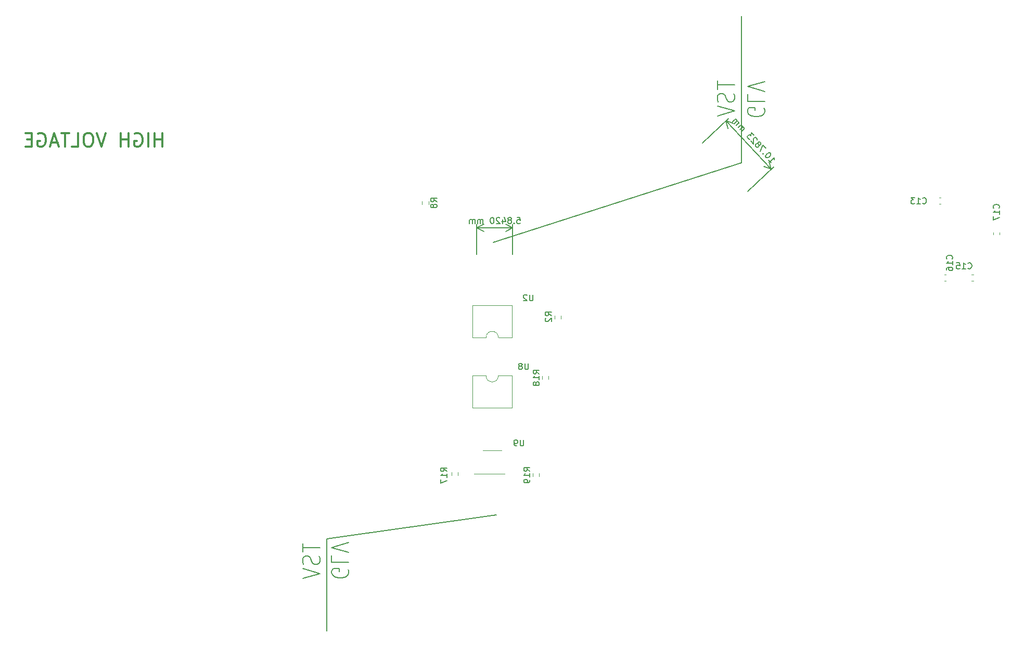
<source format=gbr>
%TF.GenerationSoftware,KiCad,Pcbnew,(6.0.1)*%
%TF.CreationDate,2022-02-14T12:03:10-05:00*%
%TF.ProjectId,high-voltage-board,68696768-2d76-46f6-9c74-6167652d626f,rev?*%
%TF.SameCoordinates,Original*%
%TF.FileFunction,Legend,Bot*%
%TF.FilePolarity,Positive*%
%FSLAX46Y46*%
G04 Gerber Fmt 4.6, Leading zero omitted, Abs format (unit mm)*
G04 Created by KiCad (PCBNEW (6.0.1)) date 2022-02-14 12:03:10*
%MOMM*%
%LPD*%
G01*
G04 APERTURE LIST*
%ADD10C,0.150000*%
%ADD11C,0.300000*%
%ADD12C,0.120000*%
G04 APERTURE END LIST*
D10*
X113538000Y-124079000D02*
X141097000Y-120142000D01*
X180975000Y-62865000D02*
X180975000Y-38912800D01*
X140589000Y-75819000D02*
X180975000Y-62865000D01*
X113538000Y-139065000D02*
X113538000Y-124079000D01*
X184661000Y-53949428D02*
X184794333Y-54178000D01*
X184794333Y-54520857D01*
X184661000Y-54863714D01*
X184394333Y-55092285D01*
X184127666Y-55206571D01*
X183594333Y-55320857D01*
X183194333Y-55320857D01*
X182661000Y-55206571D01*
X182394333Y-55092285D01*
X182127666Y-54863714D01*
X181994333Y-54520857D01*
X181994333Y-54292285D01*
X182127666Y-53949428D01*
X182261000Y-53835142D01*
X183194333Y-53835142D01*
X183194333Y-54292285D01*
X181994333Y-51663714D02*
X181994333Y-52806571D01*
X184794333Y-52806571D01*
X184794333Y-51206571D02*
X181994333Y-50406571D01*
X184794333Y-49606571D01*
X116970000Y-129006428D02*
X117103333Y-129235000D01*
X117103333Y-129577857D01*
X116970000Y-129920714D01*
X116703333Y-130149285D01*
X116436666Y-130263571D01*
X115903333Y-130377857D01*
X115503333Y-130377857D01*
X114970000Y-130263571D01*
X114703333Y-130149285D01*
X114436666Y-129920714D01*
X114303333Y-129577857D01*
X114303333Y-129349285D01*
X114436666Y-129006428D01*
X114570000Y-128892142D01*
X115503333Y-128892142D01*
X115503333Y-129349285D01*
X114303333Y-126720714D02*
X114303333Y-127863571D01*
X117103333Y-127863571D01*
X117103333Y-126263571D02*
X114303333Y-125463571D01*
X117103333Y-124663571D01*
X177060863Y-49476505D02*
X177060863Y-50847933D01*
X179860863Y-50162219D02*
X177060863Y-50162219D01*
X179727530Y-51533648D02*
X179860863Y-51876505D01*
X179860863Y-52447933D01*
X179727530Y-52676505D01*
X179594197Y-52790790D01*
X179327530Y-52905076D01*
X179060863Y-52905076D01*
X178794197Y-52790790D01*
X178660863Y-52676505D01*
X178527530Y-52447933D01*
X178394197Y-51990790D01*
X178260863Y-51762219D01*
X178127530Y-51647933D01*
X177860863Y-51533648D01*
X177594197Y-51533648D01*
X177327530Y-51647933D01*
X177194197Y-51762219D01*
X177060863Y-51990790D01*
X177060863Y-52562219D01*
X177194197Y-52905076D01*
X177060863Y-53590790D02*
X179860863Y-54390790D01*
X177060863Y-55190790D01*
D11*
X86770241Y-60177238D02*
X86770241Y-57977238D01*
X86770241Y-59024857D02*
X85513099Y-59024857D01*
X85513099Y-60177238D02*
X85513099Y-57977238D01*
X84465480Y-60177238D02*
X84465480Y-57977238D01*
X82265480Y-58082000D02*
X82475003Y-57977238D01*
X82789289Y-57977238D01*
X83103575Y-58082000D01*
X83313099Y-58291523D01*
X83417860Y-58501047D01*
X83522622Y-58920095D01*
X83522622Y-59234380D01*
X83417860Y-59653428D01*
X83313099Y-59862952D01*
X83103575Y-60072476D01*
X82789289Y-60177238D01*
X82579765Y-60177238D01*
X82265480Y-60072476D01*
X82160718Y-59967714D01*
X82160718Y-59234380D01*
X82579765Y-59234380D01*
X81217860Y-60177238D02*
X81217860Y-57977238D01*
X81217860Y-59024857D02*
X79960718Y-59024857D01*
X79960718Y-60177238D02*
X79960718Y-57977238D01*
X77551194Y-57977238D02*
X76817860Y-60177238D01*
X76084527Y-57977238D01*
X74932146Y-57977238D02*
X74513099Y-57977238D01*
X74303575Y-58082000D01*
X74094051Y-58291523D01*
X73989289Y-58710571D01*
X73989289Y-59443904D01*
X74094051Y-59862952D01*
X74303575Y-60072476D01*
X74513099Y-60177238D01*
X74932146Y-60177238D01*
X75141670Y-60072476D01*
X75351194Y-59862952D01*
X75455956Y-59443904D01*
X75455956Y-58710571D01*
X75351194Y-58291523D01*
X75141670Y-58082000D01*
X74932146Y-57977238D01*
X71998813Y-60177238D02*
X73046432Y-60177238D01*
X73046432Y-57977238D01*
X71579765Y-57977238D02*
X70322622Y-57977238D01*
X70951194Y-60177238D02*
X70951194Y-57977238D01*
X69694051Y-59548666D02*
X68646432Y-59548666D01*
X69903575Y-60177238D02*
X69170241Y-57977238D01*
X68436908Y-60177238D01*
X66551194Y-58082000D02*
X66760718Y-57977238D01*
X67075003Y-57977238D01*
X67389289Y-58082000D01*
X67598813Y-58291523D01*
X67703575Y-58501047D01*
X67808337Y-58920095D01*
X67808337Y-59234380D01*
X67703575Y-59653428D01*
X67598813Y-59862952D01*
X67389289Y-60072476D01*
X67075003Y-60177238D01*
X66865480Y-60177238D01*
X66551194Y-60072476D01*
X66446432Y-59967714D01*
X66446432Y-59234380D01*
X66865480Y-59234380D01*
X65503575Y-59024857D02*
X64770241Y-59024857D01*
X64455956Y-60177238D02*
X65503575Y-60177238D01*
X65503575Y-57977238D01*
X64455956Y-57977238D01*
D10*
X109591666Y-124777857D02*
X109591666Y-126149285D01*
X112391666Y-125463571D02*
X109591666Y-125463571D01*
X112258333Y-126835000D02*
X112391666Y-127177857D01*
X112391666Y-127749285D01*
X112258333Y-127977857D01*
X112125000Y-128092142D01*
X111858333Y-128206428D01*
X111591666Y-128206428D01*
X111325000Y-128092142D01*
X111191666Y-127977857D01*
X111058333Y-127749285D01*
X110925000Y-127292142D01*
X110791666Y-127063571D01*
X110658333Y-126949285D01*
X110391666Y-126835000D01*
X110125000Y-126835000D01*
X109858333Y-126949285D01*
X109725000Y-127063571D01*
X109591666Y-127292142D01*
X109591666Y-127863571D01*
X109725000Y-128206428D01*
X109591666Y-128892142D02*
X112391666Y-129692142D01*
X109591666Y-130492142D01*
X185418264Y-62415665D02*
X185808640Y-62832963D01*
X185613452Y-62624314D02*
X186343724Y-61941157D01*
X186304462Y-62108301D01*
X186299975Y-62242913D01*
X186330262Y-62344994D01*
X185725629Y-61280435D02*
X185660566Y-61210886D01*
X185560729Y-61173867D01*
X185493423Y-61171624D01*
X185391342Y-61201912D01*
X185219711Y-61297262D01*
X185045837Y-61459918D01*
X184939269Y-61624818D01*
X184902251Y-61724656D01*
X184900007Y-61791962D01*
X184930295Y-61894043D01*
X184995358Y-61963592D01*
X185095195Y-62000611D01*
X185162501Y-62002854D01*
X185264582Y-61972567D01*
X185436213Y-61877216D01*
X185610087Y-61714560D01*
X185716655Y-61549660D01*
X185753673Y-61449822D01*
X185755917Y-61382516D01*
X185725629Y-61280435D01*
X184544407Y-61342133D02*
X184477101Y-61339889D01*
X184474857Y-61407195D01*
X184542163Y-61409439D01*
X184544407Y-61342133D01*
X184474857Y-61407195D01*
X184944878Y-60445839D02*
X184489440Y-59958992D01*
X184051950Y-60955122D01*
X183818622Y-59869250D02*
X183918460Y-59906269D01*
X183985766Y-59908512D01*
X184087847Y-59878224D01*
X184122622Y-59845693D01*
X184159640Y-59745856D01*
X184161884Y-59678550D01*
X184131596Y-59576469D01*
X184001471Y-59437369D01*
X183901633Y-59400351D01*
X183834327Y-59398107D01*
X183732246Y-59428395D01*
X183697471Y-59460927D01*
X183660453Y-59560764D01*
X183658209Y-59628070D01*
X183688497Y-59730151D01*
X183818622Y-59869250D01*
X183848910Y-59971331D01*
X183846667Y-60038637D01*
X183809648Y-60138475D01*
X183670549Y-60268600D01*
X183568468Y-60298888D01*
X183501162Y-60296644D01*
X183401324Y-60259626D01*
X183271199Y-60120527D01*
X183240911Y-60018446D01*
X183243155Y-59951139D01*
X183280173Y-59851302D01*
X183419273Y-59721177D01*
X183521354Y-59690889D01*
X183588660Y-59693133D01*
X183688497Y-59730151D01*
X183541545Y-59085134D02*
X183543789Y-59017828D01*
X183513501Y-58915747D01*
X183350845Y-58741873D01*
X183251007Y-58704854D01*
X183183701Y-58702611D01*
X183081620Y-58732899D01*
X183012071Y-58797961D01*
X182940277Y-58930330D01*
X182913355Y-59738003D01*
X182490448Y-59285931D01*
X182993001Y-58359350D02*
X182570094Y-57907277D01*
X182519614Y-58410951D01*
X182422020Y-58306627D01*
X182322183Y-58269608D01*
X182254877Y-58267365D01*
X182152796Y-58297652D01*
X181978922Y-58460309D01*
X181941903Y-58560146D01*
X181939660Y-58627452D01*
X181969947Y-58729533D01*
X182165135Y-58938182D01*
X182264973Y-58975201D01*
X182332279Y-58977444D01*
X181026540Y-57721063D02*
X181513388Y-57265625D01*
X181443838Y-57330688D02*
X181446082Y-57263382D01*
X181415794Y-57161301D01*
X181318200Y-57056976D01*
X181218362Y-57019958D01*
X181116282Y-57050246D01*
X180733758Y-57408090D01*
X181116282Y-57050246D02*
X181153300Y-56950408D01*
X181123012Y-56848327D01*
X181025418Y-56744003D01*
X180925581Y-56706984D01*
X180823500Y-56737272D01*
X180440977Y-57095116D01*
X180115664Y-56747368D02*
X180602511Y-56291930D01*
X180532962Y-56356993D02*
X180535205Y-56289686D01*
X180504918Y-56187606D01*
X180407324Y-56083281D01*
X180307486Y-56046263D01*
X180205405Y-56076550D01*
X179822882Y-56434395D01*
X180205405Y-56076550D02*
X180242424Y-55976713D01*
X180212136Y-55874632D01*
X180114542Y-55770308D01*
X180014705Y-55733289D01*
X179912624Y-55763577D01*
X179530101Y-56121421D01*
X174609136Y-59602421D02*
X178888900Y-55598771D01*
X181975136Y-67476421D02*
X186254900Y-63472771D01*
X178460654Y-55999389D02*
X185826654Y-63873389D01*
X178460654Y-55999389D02*
X185826654Y-63873389D01*
X178460654Y-55999389D02*
X178801987Y-57222660D01*
X178460654Y-55999389D02*
X179658479Y-56421425D01*
X185826654Y-63873389D02*
X185485321Y-62650118D01*
X185826654Y-63873389D02*
X184628829Y-63451353D01*
X144462047Y-71708380D02*
X144938238Y-71708380D01*
X144985857Y-72184571D01*
X144938238Y-72136952D01*
X144843000Y-72089333D01*
X144604904Y-72089333D01*
X144509666Y-72136952D01*
X144462047Y-72184571D01*
X144414428Y-72279809D01*
X144414428Y-72517904D01*
X144462047Y-72613142D01*
X144509666Y-72660761D01*
X144604904Y-72708380D01*
X144843000Y-72708380D01*
X144938238Y-72660761D01*
X144985857Y-72613142D01*
X143985857Y-72613142D02*
X143938238Y-72660761D01*
X143985857Y-72708380D01*
X144033476Y-72660761D01*
X143985857Y-72613142D01*
X143985857Y-72708380D01*
X143366809Y-72136952D02*
X143462047Y-72089333D01*
X143509666Y-72041714D01*
X143557285Y-71946476D01*
X143557285Y-71898857D01*
X143509666Y-71803619D01*
X143462047Y-71756000D01*
X143366809Y-71708380D01*
X143176333Y-71708380D01*
X143081095Y-71756000D01*
X143033476Y-71803619D01*
X142985857Y-71898857D01*
X142985857Y-71946476D01*
X143033476Y-72041714D01*
X143081095Y-72089333D01*
X143176333Y-72136952D01*
X143366809Y-72136952D01*
X143462047Y-72184571D01*
X143509666Y-72232190D01*
X143557285Y-72327428D01*
X143557285Y-72517904D01*
X143509666Y-72613142D01*
X143462047Y-72660761D01*
X143366809Y-72708380D01*
X143176333Y-72708380D01*
X143081095Y-72660761D01*
X143033476Y-72613142D01*
X142985857Y-72517904D01*
X142985857Y-72327428D01*
X143033476Y-72232190D01*
X143081095Y-72184571D01*
X143176333Y-72136952D01*
X142128714Y-72041714D02*
X142128714Y-72708380D01*
X142366809Y-71660761D02*
X142604904Y-72375047D01*
X141985857Y-72375047D01*
X141652523Y-71803619D02*
X141604904Y-71756000D01*
X141509666Y-71708380D01*
X141271571Y-71708380D01*
X141176333Y-71756000D01*
X141128714Y-71803619D01*
X141081095Y-71898857D01*
X141081095Y-71994095D01*
X141128714Y-72136952D01*
X141700142Y-72708380D01*
X141081095Y-72708380D01*
X140462047Y-71708380D02*
X140366809Y-71708380D01*
X140271571Y-71756000D01*
X140223952Y-71803619D01*
X140176333Y-71898857D01*
X140128714Y-72089333D01*
X140128714Y-72327428D01*
X140176333Y-72517904D01*
X140223952Y-72613142D01*
X140271571Y-72660761D01*
X140366809Y-72708380D01*
X140462047Y-72708380D01*
X140557285Y-72660761D01*
X140604904Y-72613142D01*
X140652523Y-72517904D01*
X140700142Y-72327428D01*
X140700142Y-72089333D01*
X140652523Y-71898857D01*
X140604904Y-71803619D01*
X140557285Y-71756000D01*
X140462047Y-71708380D01*
X138938238Y-72708380D02*
X138938238Y-72041714D01*
X138938238Y-72136952D02*
X138890619Y-72089333D01*
X138795380Y-72041714D01*
X138652523Y-72041714D01*
X138557285Y-72089333D01*
X138509666Y-72184571D01*
X138509666Y-72708380D01*
X138509666Y-72184571D02*
X138462047Y-72089333D01*
X138366809Y-72041714D01*
X138223952Y-72041714D01*
X138128714Y-72089333D01*
X138081095Y-72184571D01*
X138081095Y-72708380D01*
X137604904Y-72708380D02*
X137604904Y-72041714D01*
X137604904Y-72136952D02*
X137557285Y-72089333D01*
X137462047Y-72041714D01*
X137319190Y-72041714D01*
X137223952Y-72089333D01*
X137176333Y-72184571D01*
X137176333Y-72708380D01*
X137176333Y-72184571D02*
X137128714Y-72089333D01*
X137033476Y-72041714D01*
X136890619Y-72041714D01*
X136795380Y-72089333D01*
X136747761Y-72184571D01*
X136747761Y-72708380D01*
X137922000Y-77732000D02*
X137922000Y-72819580D01*
X143764000Y-77732000D02*
X143764000Y-72819580D01*
X137922000Y-73406000D02*
X143764000Y-73406000D01*
X137922000Y-73406000D02*
X143764000Y-73406000D01*
X137922000Y-73406000D02*
X139048504Y-73992421D01*
X137922000Y-73406000D02*
X139048504Y-72819579D01*
X143764000Y-73406000D02*
X142637496Y-72819579D01*
X143764000Y-73406000D02*
X142637496Y-73992421D01*
%TO.C,U2*%
X147065904Y-84288380D02*
X147065904Y-85097904D01*
X147018285Y-85193142D01*
X146970666Y-85240761D01*
X146875428Y-85288380D01*
X146684952Y-85288380D01*
X146589714Y-85240761D01*
X146542095Y-85193142D01*
X146494476Y-85097904D01*
X146494476Y-84288380D01*
X146065904Y-84383619D02*
X146018285Y-84336000D01*
X145923047Y-84288380D01*
X145684952Y-84288380D01*
X145589714Y-84336000D01*
X145542095Y-84383619D01*
X145494476Y-84478857D01*
X145494476Y-84574095D01*
X145542095Y-84716952D01*
X146113523Y-85288380D01*
X145494476Y-85288380D01*
%TO.C,U8*%
X146303904Y-95464380D02*
X146303904Y-96273904D01*
X146256285Y-96369142D01*
X146208666Y-96416761D01*
X146113428Y-96464380D01*
X145922952Y-96464380D01*
X145827714Y-96416761D01*
X145780095Y-96369142D01*
X145732476Y-96273904D01*
X145732476Y-95464380D01*
X145113428Y-95892952D02*
X145208666Y-95845333D01*
X145256285Y-95797714D01*
X145303904Y-95702476D01*
X145303904Y-95654857D01*
X145256285Y-95559619D01*
X145208666Y-95512000D01*
X145113428Y-95464380D01*
X144922952Y-95464380D01*
X144827714Y-95512000D01*
X144780095Y-95559619D01*
X144732476Y-95654857D01*
X144732476Y-95702476D01*
X144780095Y-95797714D01*
X144827714Y-95845333D01*
X144922952Y-95892952D01*
X145113428Y-95892952D01*
X145208666Y-95940571D01*
X145256285Y-95988190D01*
X145303904Y-96083428D01*
X145303904Y-96273904D01*
X145256285Y-96369142D01*
X145208666Y-96416761D01*
X145113428Y-96464380D01*
X144922952Y-96464380D01*
X144827714Y-96416761D01*
X144780095Y-96369142D01*
X144732476Y-96273904D01*
X144732476Y-96083428D01*
X144780095Y-95988190D01*
X144827714Y-95940571D01*
X144922952Y-95892952D01*
%TO.C,R2*%
X150058380Y-87717333D02*
X149582190Y-87384000D01*
X150058380Y-87145904D02*
X149058380Y-87145904D01*
X149058380Y-87526857D01*
X149106000Y-87622095D01*
X149153619Y-87669714D01*
X149248857Y-87717333D01*
X149391714Y-87717333D01*
X149486952Y-87669714D01*
X149534571Y-87622095D01*
X149582190Y-87526857D01*
X149582190Y-87145904D01*
X149153619Y-88098285D02*
X149106000Y-88145904D01*
X149058380Y-88241142D01*
X149058380Y-88479238D01*
X149106000Y-88574476D01*
X149153619Y-88622095D01*
X149248857Y-88669714D01*
X149344095Y-88669714D01*
X149486952Y-88622095D01*
X150058380Y-88050666D01*
X150058380Y-88669714D01*
%TO.C,R17*%
X133040380Y-113062466D02*
X132564190Y-112729133D01*
X133040380Y-112491038D02*
X132040380Y-112491038D01*
X132040380Y-112871990D01*
X132088000Y-112967228D01*
X132135619Y-113014847D01*
X132230857Y-113062466D01*
X132373714Y-113062466D01*
X132468952Y-113014847D01*
X132516571Y-112967228D01*
X132564190Y-112871990D01*
X132564190Y-112491038D01*
X133040380Y-114014847D02*
X133040380Y-113443419D01*
X133040380Y-113729133D02*
X132040380Y-113729133D01*
X132183238Y-113633895D01*
X132278476Y-113538657D01*
X132326095Y-113443419D01*
X132040380Y-114348181D02*
X132040380Y-115014847D01*
X133040380Y-114586276D01*
%TO.C,R18*%
X148086080Y-97163242D02*
X147609890Y-96829909D01*
X148086080Y-96591814D02*
X147086080Y-96591814D01*
X147086080Y-96972766D01*
X147133700Y-97068004D01*
X147181319Y-97115623D01*
X147276557Y-97163242D01*
X147419414Y-97163242D01*
X147514652Y-97115623D01*
X147562271Y-97068004D01*
X147609890Y-96972766D01*
X147609890Y-96591814D01*
X148086080Y-98115623D02*
X148086080Y-97544195D01*
X148086080Y-97829909D02*
X147086080Y-97829909D01*
X147228938Y-97734671D01*
X147324176Y-97639433D01*
X147371795Y-97544195D01*
X147514652Y-98687052D02*
X147467033Y-98591814D01*
X147419414Y-98544195D01*
X147324176Y-98496576D01*
X147276557Y-98496576D01*
X147181319Y-98544195D01*
X147133700Y-98591814D01*
X147086080Y-98687052D01*
X147086080Y-98877528D01*
X147133700Y-98972766D01*
X147181319Y-99020385D01*
X147276557Y-99068004D01*
X147324176Y-99068004D01*
X147419414Y-99020385D01*
X147467033Y-98972766D01*
X147514652Y-98877528D01*
X147514652Y-98687052D01*
X147562271Y-98591814D01*
X147609890Y-98544195D01*
X147705128Y-98496576D01*
X147895604Y-98496576D01*
X147990842Y-98544195D01*
X148038461Y-98591814D01*
X148086080Y-98687052D01*
X148086080Y-98877528D01*
X148038461Y-98972766D01*
X147990842Y-99020385D01*
X147895604Y-99068004D01*
X147705128Y-99068004D01*
X147609890Y-99020385D01*
X147562271Y-98972766D01*
X147514652Y-98877528D01*
%TO.C,C16*%
X215241142Y-78478142D02*
X215288761Y-78430523D01*
X215336380Y-78287666D01*
X215336380Y-78192428D01*
X215288761Y-78049571D01*
X215193523Y-77954333D01*
X215098285Y-77906714D01*
X214907809Y-77859095D01*
X214764952Y-77859095D01*
X214574476Y-77906714D01*
X214479238Y-77954333D01*
X214384000Y-78049571D01*
X214336380Y-78192428D01*
X214336380Y-78287666D01*
X214384000Y-78430523D01*
X214431619Y-78478142D01*
X215336380Y-79430523D02*
X215336380Y-78859095D01*
X215336380Y-79144809D02*
X214336380Y-79144809D01*
X214479238Y-79049571D01*
X214574476Y-78954333D01*
X214622095Y-78859095D01*
X214336380Y-80287666D02*
X214336380Y-80097190D01*
X214384000Y-80001952D01*
X214431619Y-79954333D01*
X214574476Y-79859095D01*
X214764952Y-79811476D01*
X215145904Y-79811476D01*
X215241142Y-79859095D01*
X215288761Y-79906714D01*
X215336380Y-80001952D01*
X215336380Y-80192428D01*
X215288761Y-80287666D01*
X215241142Y-80335285D01*
X215145904Y-80382904D01*
X214907809Y-80382904D01*
X214812571Y-80335285D01*
X214764952Y-80287666D01*
X214717333Y-80192428D01*
X214717333Y-80001952D01*
X214764952Y-79906714D01*
X214812571Y-79859095D01*
X214907809Y-79811476D01*
%TO.C,C17*%
X222861142Y-70223142D02*
X222908761Y-70175523D01*
X222956380Y-70032666D01*
X222956380Y-69937428D01*
X222908761Y-69794571D01*
X222813523Y-69699333D01*
X222718285Y-69651714D01*
X222527809Y-69604095D01*
X222384952Y-69604095D01*
X222194476Y-69651714D01*
X222099238Y-69699333D01*
X222004000Y-69794571D01*
X221956380Y-69937428D01*
X221956380Y-70032666D01*
X222004000Y-70175523D01*
X222051619Y-70223142D01*
X222956380Y-71175523D02*
X222956380Y-70604095D01*
X222956380Y-70889809D02*
X221956380Y-70889809D01*
X222099238Y-70794571D01*
X222194476Y-70699333D01*
X222242095Y-70604095D01*
X221956380Y-71508857D02*
X221956380Y-72175523D01*
X222956380Y-71746952D01*
%TO.C,C15*%
X217838257Y-79986142D02*
X217885876Y-80033761D01*
X218028733Y-80081380D01*
X218123971Y-80081380D01*
X218266828Y-80033761D01*
X218362066Y-79938523D01*
X218409685Y-79843285D01*
X218457304Y-79652809D01*
X218457304Y-79509952D01*
X218409685Y-79319476D01*
X218362066Y-79224238D01*
X218266828Y-79129000D01*
X218123971Y-79081380D01*
X218028733Y-79081380D01*
X217885876Y-79129000D01*
X217838257Y-79176619D01*
X216885876Y-80081380D02*
X217457304Y-80081380D01*
X217171590Y-80081380D02*
X217171590Y-79081380D01*
X217266828Y-79224238D01*
X217362066Y-79319476D01*
X217457304Y-79367095D01*
X215981114Y-79081380D02*
X216457304Y-79081380D01*
X216504923Y-79557571D01*
X216457304Y-79509952D01*
X216362066Y-79462333D01*
X216123971Y-79462333D01*
X216028733Y-79509952D01*
X215981114Y-79557571D01*
X215933495Y-79652809D01*
X215933495Y-79890904D01*
X215981114Y-79986142D01*
X216028733Y-80033761D01*
X216123971Y-80081380D01*
X216362066Y-80081380D01*
X216457304Y-80033761D01*
X216504923Y-79986142D01*
%TO.C,U9*%
X145541904Y-107910380D02*
X145541904Y-108719904D01*
X145494285Y-108815142D01*
X145446666Y-108862761D01*
X145351428Y-108910380D01*
X145160952Y-108910380D01*
X145065714Y-108862761D01*
X145018095Y-108815142D01*
X144970476Y-108719904D01*
X144970476Y-107910380D01*
X144446666Y-108910380D02*
X144256190Y-108910380D01*
X144160952Y-108862761D01*
X144113333Y-108815142D01*
X144018095Y-108672285D01*
X143970476Y-108481809D01*
X143970476Y-108100857D01*
X144018095Y-108005619D01*
X144065714Y-107958000D01*
X144160952Y-107910380D01*
X144351428Y-107910380D01*
X144446666Y-107958000D01*
X144494285Y-108005619D01*
X144541904Y-108100857D01*
X144541904Y-108338952D01*
X144494285Y-108434190D01*
X144446666Y-108481809D01*
X144351428Y-108529428D01*
X144160952Y-108529428D01*
X144065714Y-108481809D01*
X144018095Y-108434190D01*
X143970476Y-108338952D01*
%TO.C,R8*%
X131422380Y-69175333D02*
X130946190Y-68842000D01*
X131422380Y-68603904D02*
X130422380Y-68603904D01*
X130422380Y-68984857D01*
X130470000Y-69080095D01*
X130517619Y-69127714D01*
X130612857Y-69175333D01*
X130755714Y-69175333D01*
X130850952Y-69127714D01*
X130898571Y-69080095D01*
X130946190Y-68984857D01*
X130946190Y-68603904D01*
X130850952Y-69746761D02*
X130803333Y-69651523D01*
X130755714Y-69603904D01*
X130660476Y-69556285D01*
X130612857Y-69556285D01*
X130517619Y-69603904D01*
X130470000Y-69651523D01*
X130422380Y-69746761D01*
X130422380Y-69937238D01*
X130470000Y-70032476D01*
X130517619Y-70080095D01*
X130612857Y-70127714D01*
X130660476Y-70127714D01*
X130755714Y-70080095D01*
X130803333Y-70032476D01*
X130850952Y-69937238D01*
X130850952Y-69746761D01*
X130898571Y-69651523D01*
X130946190Y-69603904D01*
X131041428Y-69556285D01*
X131231904Y-69556285D01*
X131327142Y-69603904D01*
X131374761Y-69651523D01*
X131422380Y-69746761D01*
X131422380Y-69937238D01*
X131374761Y-70032476D01*
X131327142Y-70080095D01*
X131231904Y-70127714D01*
X131041428Y-70127714D01*
X130946190Y-70080095D01*
X130898571Y-70032476D01*
X130850952Y-69937238D01*
%TO.C,C13*%
X210462357Y-69396642D02*
X210509976Y-69444261D01*
X210652833Y-69491880D01*
X210748071Y-69491880D01*
X210890928Y-69444261D01*
X210986166Y-69349023D01*
X211033785Y-69253785D01*
X211081404Y-69063309D01*
X211081404Y-68920452D01*
X211033785Y-68729976D01*
X210986166Y-68634738D01*
X210890928Y-68539500D01*
X210748071Y-68491880D01*
X210652833Y-68491880D01*
X210509976Y-68539500D01*
X210462357Y-68587119D01*
X209509976Y-69491880D02*
X210081404Y-69491880D01*
X209795690Y-69491880D02*
X209795690Y-68491880D01*
X209890928Y-68634738D01*
X209986166Y-68729976D01*
X210081404Y-68777595D01*
X209176642Y-68491880D02*
X208557595Y-68491880D01*
X208890928Y-68872833D01*
X208748071Y-68872833D01*
X208652833Y-68920452D01*
X208605214Y-68968071D01*
X208557595Y-69063309D01*
X208557595Y-69301404D01*
X208605214Y-69396642D01*
X208652833Y-69444261D01*
X208748071Y-69491880D01*
X209033785Y-69491880D01*
X209129023Y-69444261D01*
X209176642Y-69396642D01*
%TO.C,R19*%
X146562080Y-113014742D02*
X146085890Y-112681409D01*
X146562080Y-112443314D02*
X145562080Y-112443314D01*
X145562080Y-112824266D01*
X145609700Y-112919504D01*
X145657319Y-112967123D01*
X145752557Y-113014742D01*
X145895414Y-113014742D01*
X145990652Y-112967123D01*
X146038271Y-112919504D01*
X146085890Y-112824266D01*
X146085890Y-112443314D01*
X146562080Y-113967123D02*
X146562080Y-113395695D01*
X146562080Y-113681409D02*
X145562080Y-113681409D01*
X145704938Y-113586171D01*
X145800176Y-113490933D01*
X145847795Y-113395695D01*
X146562080Y-114443314D02*
X146562080Y-114633790D01*
X146514461Y-114729028D01*
X146466842Y-114776647D01*
X146323985Y-114871885D01*
X146133509Y-114919504D01*
X145752557Y-114919504D01*
X145657319Y-114871885D01*
X145609700Y-114824266D01*
X145562080Y-114729028D01*
X145562080Y-114538552D01*
X145609700Y-114443314D01*
X145657319Y-114395695D01*
X145752557Y-114348076D01*
X145990652Y-114348076D01*
X146085890Y-114395695D01*
X146133509Y-114443314D01*
X146181128Y-114538552D01*
X146181128Y-114729028D01*
X146133509Y-114824266D01*
X146085890Y-114871885D01*
X145990652Y-114919504D01*
D12*
%TO.C,U2*%
X137192700Y-86062100D02*
X143662700Y-86062100D01*
X137192700Y-91262100D02*
X137192700Y-86062100D01*
X143662700Y-86062100D02*
X143662700Y-91262100D01*
X139427700Y-91262100D02*
X137192700Y-91262100D01*
X143662700Y-91262100D02*
X141427700Y-91262100D01*
X141427700Y-91262100D02*
G75*
G03*
X139427700Y-91262100I-1000000J0D01*
G01*
%TO.C,U8*%
X137192700Y-102692100D02*
X137192700Y-97492100D01*
X141427700Y-97492100D02*
X143662700Y-97492100D01*
X143662700Y-97492100D02*
X143662700Y-102692100D01*
X143662700Y-102692100D02*
X137192700Y-102692100D01*
X137192700Y-97492100D02*
X139427700Y-97492100D01*
X139427700Y-97492100D02*
G75*
G03*
X141427700Y-97492100I1000000J0D01*
G01*
%TO.C,R2*%
X150573200Y-87748876D02*
X150573200Y-88258324D01*
X151618200Y-87748876D02*
X151618200Y-88258324D01*
%TO.C,R17*%
X133809200Y-113195876D02*
X133809200Y-113705324D01*
X134854200Y-113195876D02*
X134854200Y-113705324D01*
%TO.C,R18*%
X148541200Y-97551376D02*
X148541200Y-98060824D01*
X149586200Y-97551376D02*
X149586200Y-98060824D01*
%TO.C,C16*%
X213975733Y-81024000D02*
X214268267Y-81024000D01*
X213975733Y-82044000D02*
X214268267Y-82044000D01*
%TO.C,C17*%
X221943200Y-74174133D02*
X221943200Y-74466667D01*
X222963200Y-74174133D02*
X222963200Y-74466667D01*
%TO.C,C15*%
X218738667Y-82044000D02*
X218446133Y-82044000D01*
X218738667Y-81024000D02*
X218446133Y-81024000D01*
%TO.C,U9*%
X137427700Y-113442100D02*
X142427700Y-113442100D01*
X141927700Y-109602100D02*
X138927700Y-109602100D01*
%TO.C,R8*%
X129017500Y-69596724D02*
X129017500Y-69087276D01*
X130062500Y-69596724D02*
X130062500Y-69087276D01*
%TO.C,C13*%
X213162933Y-69496400D02*
X213455467Y-69496400D01*
X213162933Y-68476400D02*
X213455467Y-68476400D01*
%TO.C,R19*%
X148062200Y-113402876D02*
X148062200Y-113912324D01*
X147017200Y-113402876D02*
X147017200Y-113912324D01*
%TD*%
M02*

</source>
